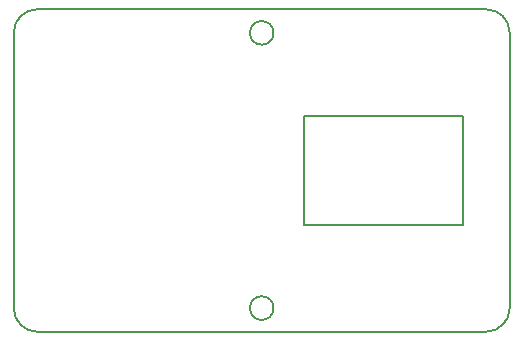
<source format=gbp>
G04 #@! TF.GenerationSoftware,KiCad,Pcbnew,(6.0.2)*
G04 #@! TF.CreationDate,2022-03-23T02:52:59+09:00*
G04 #@! TF.ProjectId,ADNS-9800,41444e53-2d39-4383-9030-2e6b69636164,rev?*
G04 #@! TF.SameCoordinates,Original*
G04 #@! TF.FileFunction,Paste,Bot*
G04 #@! TF.FilePolarity,Positive*
%FSLAX46Y46*%
G04 Gerber Fmt 4.6, Leading zero omitted, Abs format (unit mm)*
G04 Created by KiCad (PCBNEW (6.0.2)) date 2022-03-23 02:52:59*
%MOMM*%
%LPD*%
G01*
G04 APERTURE LIST*
G04 #@! TA.AperFunction,Profile*
%ADD10C,0.200000*%
G04 #@! TD*
G04 #@! TA.AperFunction,Profile*
%ADD11C,0.127000*%
G04 #@! TD*
G04 APERTURE END LIST*
D10*
X183499999Y-68500000D02*
G75*
G03*
X181499999Y-66500000I-1999999J1D01*
G01*
X143500000Y-66500000D02*
X181499999Y-66500000D01*
X181499999Y-93800000D02*
X143500000Y-93800000D01*
X163499998Y-91800000D02*
G75*
G03*
X163499998Y-91800000I-999999J0D01*
G01*
X143500000Y-66500000D02*
G75*
G03*
X141500000Y-68500000I-1J-1999999D01*
G01*
X141500000Y-91800000D02*
X141500000Y-68500000D01*
X183499999Y-68500000D02*
X183499999Y-91800000D01*
X181499999Y-93800000D02*
G75*
G03*
X183499999Y-91800000I1J1999999D01*
G01*
X163499999Y-68500000D02*
G75*
G03*
X163499999Y-68500000I-999999J0D01*
G01*
X141500000Y-91800000D02*
G75*
G03*
X143500000Y-93800000I1999999J-1D01*
G01*
D11*
G04 #@! TO.C,U$1*
X179577500Y-75525000D02*
X166117500Y-75525000D01*
X166077500Y-84725000D02*
X179577500Y-84725000D01*
X179577500Y-84725000D02*
X179577500Y-75525000D01*
X166117500Y-75525000D02*
X166077500Y-84725000D01*
G04 #@! TD*
M02*

</source>
